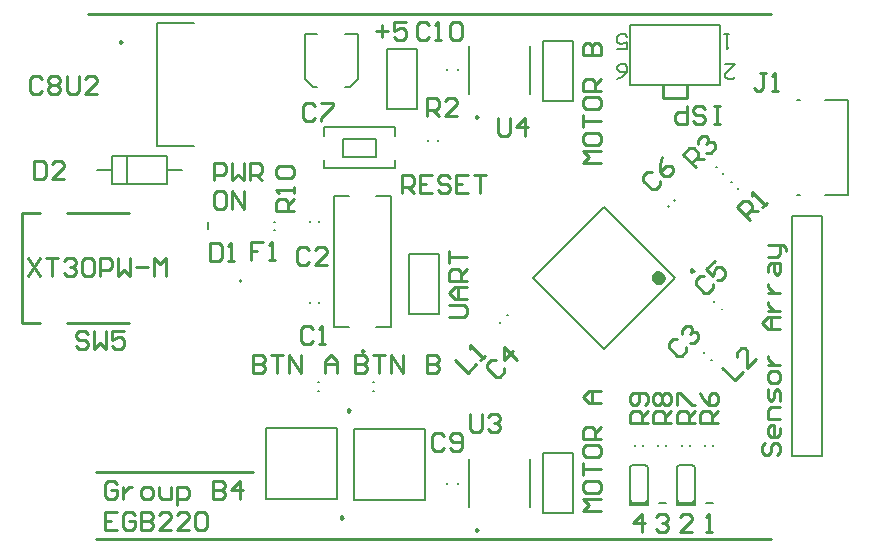
<source format=gto>
G04*
G04 #@! TF.GenerationSoftware,Altium Limited,Altium Designer,19.0.12 (326)*
G04*
G04 Layer_Color=65535*
%FSLAX25Y25*%
%MOIN*%
G70*
G01*
G75*
%ADD10C,0.00394*%
%ADD11C,0.00984*%
%ADD12C,0.00800*%
%ADD13C,0.02362*%
%ADD14C,0.01000*%
%ADD15C,0.00787*%
%ADD16C,0.00500*%
%ADD17R,0.00650X0.02300*%
%ADD18R,0.06700X0.01800*%
%ADD19R,0.00730X0.02560*%
D10*
X249945Y128500D02*
D03*
D11*
X34290Y168732D02*
X33551Y169158D01*
Y168306D01*
X34290Y168732D01*
X153002Y143799D02*
X152264Y144225D01*
Y143373D01*
X153002Y143799D01*
Y6169D02*
X152264Y6595D01*
Y5743D01*
X153002Y6169D01*
X110427Y45952D02*
X109689Y46378D01*
Y45526D01*
X110427Y45952D01*
X108077Y10208D02*
X107339Y10634D01*
Y9782D01*
X108077Y10208D01*
X115002Y65776D02*
X114264Y66202D01*
Y65349D01*
X115002Y65776D01*
X224777Y92507D02*
X224039Y92934D01*
Y92081D01*
X224777Y92507D01*
D12*
X224277Y15182D02*
X225127Y16032D01*
X219227D02*
X220077Y15182D01*
X225127Y26944D02*
X224277Y27794D01*
X220077D02*
X219227Y26944D01*
X208610Y15182D02*
X209460Y16032D01*
X203560D02*
X204410Y15182D01*
X209460Y26944D02*
X208610Y27794D01*
X204410D02*
X203560Y26944D01*
X220077Y15182D02*
X224277D01*
X220077Y27794D02*
X224277D01*
X225127Y16032D02*
Y26944D01*
X219227Y16032D02*
Y26944D01*
X204410Y15182D02*
X208610D01*
X204410Y27794D02*
X208610D01*
X209460Y16032D02*
Y26944D01*
X203560Y16032D02*
Y26944D01*
X199310Y156305D02*
X200976Y157138D01*
X202642Y158804D01*
Y160470D01*
X201809Y161303D01*
X200143D01*
X199310Y160470D01*
Y159637D01*
X200143Y158804D01*
X202642D01*
X199310Y166305D02*
X202642D01*
Y168804D01*
X200976Y167971D01*
X200143D01*
X199310Y168804D01*
Y170470D01*
X200143Y171303D01*
X201809D01*
X202642Y170470D01*
X235310Y161303D02*
X238642D01*
X235310Y157971D01*
Y157138D01*
X236143Y156305D01*
X237809D01*
X238642Y157138D01*
X236642Y171303D02*
X234976D01*
X235809D01*
Y166305D01*
X236642Y167138D01*
D13*
X214191Y90141D02*
X213746Y91065D01*
X212747Y91293D01*
X211946Y90654D01*
Y89629D01*
X212747Y88990D01*
X213746Y89218D01*
X214191Y90141D01*
D14*
X73510Y89000D02*
Y89500D01*
X1010Y75233D02*
X7010D01*
X1010Y111733D02*
X7010D01*
X1010Y75233D02*
Y111733D01*
X16010Y75233D02*
X36510D01*
X16010Y111733D02*
X36510D01*
X214510Y153500D02*
Y154000D01*
X222510Y150000D02*
Y154000D01*
X214510Y150000D02*
X222510D01*
X214510D02*
Y153500D01*
X25510Y25500D02*
X78010D01*
X23010Y178000D02*
X250510Y178000D01*
X25510Y3000D02*
X250510Y3000D01*
X65010Y122598D02*
Y128596D01*
X68009D01*
X69009Y127596D01*
Y125597D01*
X68009Y124597D01*
X65010D01*
X71008Y128596D02*
Y122598D01*
X73007Y124597D01*
X75007Y122598D01*
Y128596D01*
X77006Y122598D02*
Y128596D01*
X80005D01*
X81005Y127596D01*
Y125597D01*
X80005Y124597D01*
X77006D01*
X79005D02*
X81005Y122598D01*
X68009Y118998D02*
X66010D01*
X65010Y117998D01*
Y114000D01*
X66010Y113000D01*
X68009D01*
X69009Y114000D01*
Y117998D01*
X68009Y118998D01*
X71008Y113000D02*
Y118998D01*
X75007Y113000D01*
Y118998D01*
X3010Y96731D02*
X7009Y90733D01*
Y96731D02*
X3010Y90733D01*
X9008Y96731D02*
X13007D01*
X11007D01*
Y90733D01*
X15006Y95731D02*
X16006Y96731D01*
X18005D01*
X19005Y95731D01*
Y94731D01*
X18005Y93732D01*
X17006D01*
X18005D01*
X19005Y92732D01*
Y91732D01*
X18005Y90733D01*
X16006D01*
X15006Y91732D01*
X21004Y95731D02*
X22004Y96731D01*
X24003D01*
X25003Y95731D01*
Y91732D01*
X24003Y90733D01*
X22004D01*
X21004Y91732D01*
Y95731D01*
X27002Y90733D02*
Y96731D01*
X30001D01*
X31001Y95731D01*
Y93732D01*
X30001Y92732D01*
X27002D01*
X33000Y96731D02*
Y90733D01*
X35000Y92732D01*
X36999Y90733D01*
Y96731D01*
X38998Y93732D02*
X42997D01*
X44996Y90733D02*
Y96731D01*
X46996Y94731D01*
X48995Y96731D01*
Y90733D01*
X112010Y64498D02*
Y58500D01*
X115009D01*
X116009Y59500D01*
Y60499D01*
X115009Y61499D01*
X112010D01*
X115009D01*
X116009Y62499D01*
Y63498D01*
X115009Y64498D01*
X112010D01*
X118008D02*
X122007D01*
X120007D01*
Y58500D01*
X124006D02*
Y64498D01*
X128005Y58500D01*
Y64498D01*
X136002D02*
Y58500D01*
X139001D01*
X140001Y59500D01*
Y60499D01*
X139001Y61499D01*
X136002D01*
X139001D01*
X140001Y62499D01*
Y63498D01*
X139001Y64498D01*
X136002D01*
X78010D02*
Y58500D01*
X81009D01*
X82009Y59500D01*
Y60499D01*
X81009Y61499D01*
X78010D01*
X81009D01*
X82009Y62499D01*
Y63498D01*
X81009Y64498D01*
X78010D01*
X84008D02*
X88007D01*
X86007D01*
Y58500D01*
X90006D02*
Y64498D01*
X94005Y58500D01*
Y64498D01*
X102002Y58500D02*
Y62499D01*
X104002Y64498D01*
X106001Y62499D01*
Y58500D01*
Y61499D01*
X102002D01*
X233510Y141502D02*
X231511D01*
X232510D01*
Y147500D01*
X233510D01*
X231511D01*
X224513Y142502D02*
X225513Y141502D01*
X227512D01*
X228512Y142502D01*
Y143501D01*
X227512Y144501D01*
X225513D01*
X224513Y145501D01*
Y146500D01*
X225513Y147500D01*
X227512D01*
X228512Y146500D01*
X222514Y147500D02*
Y141502D01*
X219514D01*
X218515Y142502D01*
Y144501D01*
X219514Y145501D01*
X222514D01*
X229010Y5500D02*
X231010D01*
X230010D01*
Y11498D01*
X229010Y10498D01*
X224176Y5500D02*
X220178D01*
X224176Y9499D01*
Y10498D01*
X223177Y11498D01*
X221177D01*
X220178Y10498D01*
X212344D02*
X213344Y11498D01*
X215343D01*
X216343Y10498D01*
Y9499D01*
X215343Y8499D01*
X214343D01*
X215343D01*
X216343Y7499D01*
Y6500D01*
X215343Y5500D01*
X213344D01*
X212344Y6500D01*
X207510Y5500D02*
Y11498D01*
X204511Y8499D01*
X208509D01*
X194010Y128407D02*
X188012D01*
X190011Y130406D01*
X188012Y132405D01*
X194010D01*
X188012Y137404D02*
Y135404D01*
X189012Y134405D01*
X193010D01*
X194010Y135404D01*
Y137404D01*
X193010Y138403D01*
X189012D01*
X188012Y137404D01*
Y140403D02*
Y144402D01*
Y142402D01*
X194010D01*
X188012Y149400D02*
Y147400D01*
X189012Y146401D01*
X193010D01*
X194010Y147400D01*
Y149400D01*
X193010Y150399D01*
X189012D01*
X188012Y149400D01*
X194010Y152399D02*
X188012D01*
Y155398D01*
X189012Y156398D01*
X191011D01*
X192011Y155398D01*
Y152399D01*
Y154398D02*
X194010Y156398D01*
X188012Y164395D02*
X194010D01*
Y167394D01*
X193010Y168394D01*
X192011D01*
X191011Y167394D01*
Y164395D01*
Y167394D01*
X190011Y168394D01*
X189012D01*
X188012Y167394D01*
Y164395D01*
X194010Y12327D02*
X188012D01*
X190011Y14326D01*
X188012Y16326D01*
X194010D01*
X188012Y21324D02*
Y19324D01*
X189012Y18325D01*
X193010D01*
X194010Y19324D01*
Y21324D01*
X193010Y22324D01*
X189012D01*
X188012Y21324D01*
Y24323D02*
Y28322D01*
Y26322D01*
X194010D01*
X188012Y33320D02*
Y31321D01*
X189012Y30321D01*
X193010D01*
X194010Y31321D01*
Y33320D01*
X193010Y34320D01*
X189012D01*
X188012Y33320D01*
X194010Y36319D02*
X188012D01*
Y39318D01*
X189012Y40318D01*
X191011D01*
X192011Y39318D01*
Y36319D01*
Y38318D02*
X194010Y40318D01*
Y48315D02*
X190011D01*
X188012Y50314D01*
X190011Y52314D01*
X194010D01*
X191011D01*
Y48315D01*
X127510Y118500D02*
Y124498D01*
X130509D01*
X131509Y123498D01*
Y121499D01*
X130509Y120499D01*
X127510D01*
X129509D02*
X131509Y118500D01*
X137507Y124498D02*
X133508D01*
Y118500D01*
X137507D01*
X133508Y121499D02*
X135507D01*
X143505Y123498D02*
X142505Y124498D01*
X140506D01*
X139506Y123498D01*
Y122499D01*
X140506Y121499D01*
X142505D01*
X143505Y120499D01*
Y119500D01*
X142505Y118500D01*
X140506D01*
X139506Y119500D01*
X149503Y124498D02*
X145504D01*
Y118500D01*
X149503D01*
X145504Y121499D02*
X147503D01*
X151502Y124498D02*
X155501D01*
X153502D01*
Y118500D01*
X119038Y172499D02*
X123036D01*
X121037Y174498D02*
Y170500D01*
X129034Y175498D02*
X125036D01*
Y172499D01*
X127035Y173499D01*
X128035D01*
X129034Y172499D01*
Y170500D01*
X128035Y169500D01*
X126035D01*
X125036Y170500D01*
X248512Y35253D02*
X247512Y34254D01*
Y32254D01*
X248512Y31255D01*
X249511D01*
X250511Y32254D01*
Y34254D01*
X251511Y35253D01*
X252510D01*
X253510Y34254D01*
Y32254D01*
X252510Y31255D01*
X253510Y40252D02*
Y38252D01*
X252510Y37253D01*
X250511D01*
X249511Y38252D01*
Y40252D01*
X250511Y41251D01*
X251511D01*
Y37253D01*
X253510Y43251D02*
X249511D01*
Y46250D01*
X250511Y47249D01*
X253510D01*
Y49249D02*
Y52248D01*
X252510Y53248D01*
X251511Y52248D01*
Y50248D01*
X250511Y49249D01*
X249511Y50248D01*
Y53248D01*
X253510Y56247D02*
Y58246D01*
X252510Y59246D01*
X250511D01*
X249511Y58246D01*
Y56247D01*
X250511Y55247D01*
X252510D01*
X253510Y56247D01*
X249511Y61245D02*
X253510D01*
X251511D01*
X250511Y62245D01*
X249511Y63244D01*
Y64244D01*
X253510Y73241D02*
X249511D01*
X247512Y75240D01*
X249511Y77240D01*
X253510D01*
X250511D01*
Y73241D01*
X249511Y79239D02*
X253510D01*
X251511D01*
X250511Y80239D01*
X249511Y81239D01*
Y82238D01*
Y85237D02*
X253510D01*
X251511D01*
X250511Y86237D01*
X249511Y87236D01*
Y88236D01*
Y92235D02*
Y94234D01*
X250511Y95234D01*
X253510D01*
Y92235D01*
X252510Y91235D01*
X251511Y92235D01*
Y95234D01*
X249511Y97233D02*
X252510D01*
X253510Y98233D01*
Y101232D01*
X254510D01*
X255509Y100232D01*
Y99233D01*
X253510Y101232D02*
X249511D01*
X143259Y76945D02*
X148258D01*
X149257Y77944D01*
Y79944D01*
X148258Y80943D01*
X143259D01*
X149257Y82943D02*
X145258D01*
X143259Y84942D01*
X145258Y86941D01*
X149257D01*
X146258D01*
Y82943D01*
X149257Y88941D02*
X143259D01*
Y91940D01*
X144259Y92939D01*
X146258D01*
X147258Y91940D01*
Y88941D01*
Y90940D02*
X149257Y92939D01*
X143259Y94939D02*
Y98937D01*
Y96938D01*
X149257D01*
X32509Y21498D02*
X31509Y22498D01*
X29510D01*
X28510Y21498D01*
Y17500D01*
X29510Y16500D01*
X31509D01*
X32509Y17500D01*
Y19499D01*
X30509D01*
X34508Y20499D02*
Y16500D01*
Y18499D01*
X35508Y19499D01*
X36507Y20499D01*
X37507D01*
X41506Y16500D02*
X43505D01*
X44505Y17500D01*
Y19499D01*
X43505Y20499D01*
X41506D01*
X40506Y19499D01*
Y17500D01*
X41506Y16500D01*
X46504Y20499D02*
Y17500D01*
X47504Y16500D01*
X50503D01*
Y20499D01*
X52502Y14501D02*
Y20499D01*
X55501D01*
X56501Y19499D01*
Y17500D01*
X55501Y16500D01*
X52502D01*
X64498Y22498D02*
Y16500D01*
X67497D01*
X68497Y17500D01*
Y18499D01*
X67497Y19499D01*
X64498D01*
X67497D01*
X68497Y20499D01*
Y21498D01*
X67497Y22498D01*
X64498D01*
X73495Y16500D02*
Y22498D01*
X70496Y19499D01*
X74495D01*
X32509Y11998D02*
X28510D01*
Y6000D01*
X32509D01*
X28510Y8999D02*
X30509D01*
X38507Y10998D02*
X37507Y11998D01*
X35508D01*
X34508Y10998D01*
Y7000D01*
X35508Y6000D01*
X37507D01*
X38507Y7000D01*
Y8999D01*
X36507D01*
X40506Y11998D02*
Y6000D01*
X43505D01*
X44505Y7000D01*
Y7999D01*
X43505Y8999D01*
X40506D01*
X43505D01*
X44505Y9999D01*
Y10998D01*
X43505Y11998D01*
X40506D01*
X50503Y6000D02*
X46504D01*
X50503Y9999D01*
Y10998D01*
X49503Y11998D01*
X47504D01*
X46504Y10998D01*
X56501Y6000D02*
X52502D01*
X56501Y9999D01*
Y10998D01*
X55501Y11998D01*
X53502D01*
X52502Y10998D01*
X58500D02*
X59500Y11998D01*
X61499D01*
X62499Y10998D01*
Y7000D01*
X61499Y6000D01*
X59500D01*
X58500Y7000D01*
Y10998D01*
X243510Y109500D02*
X239269Y113741D01*
X241389Y115862D01*
X242803D01*
X244217Y114448D01*
Y113034D01*
X242096Y110914D01*
X243510Y112328D02*
X246338D01*
X247751Y113741D02*
X249165Y115155D01*
X248458Y114448D01*
X244217Y118689D01*
Y117276D01*
X159510Y143498D02*
Y138500D01*
X160510Y137500D01*
X162509D01*
X163509Y138500D01*
Y143498D01*
X168507Y137500D02*
Y143498D01*
X165508Y140499D01*
X169507D01*
X150310Y44598D02*
Y39600D01*
X151310Y38600D01*
X153309D01*
X154309Y39600D01*
Y44598D01*
X156308Y43598D02*
X157308Y44598D01*
X159307D01*
X160307Y43598D01*
Y42599D01*
X159307Y41599D01*
X158307D01*
X159307D01*
X160307Y40599D01*
Y39600D01*
X159307Y38600D01*
X157308D01*
X156308Y39600D01*
X16010Y157498D02*
Y152500D01*
X17010Y151500D01*
X19009D01*
X20009Y152500D01*
Y157498D01*
X26007Y151500D02*
X22008D01*
X26007Y155499D01*
Y156498D01*
X25007Y157498D01*
X23008D01*
X22008Y156498D01*
X23009Y71498D02*
X22009Y72498D01*
X20010D01*
X19010Y71498D01*
Y70499D01*
X20010Y69499D01*
X22009D01*
X23009Y68499D01*
Y67500D01*
X22009Y66500D01*
X20010D01*
X19010Y67500D01*
X25008Y72498D02*
Y66500D01*
X27007Y68499D01*
X29007Y66500D01*
Y72498D01*
X35005D02*
X31006D01*
Y69499D01*
X33005Y70499D01*
X34005D01*
X35005Y69499D01*
Y67500D01*
X34005Y66500D01*
X32006D01*
X31006Y67500D01*
X91510Y112500D02*
X85512D01*
Y115499D01*
X86512Y116499D01*
X88511D01*
X89511Y115499D01*
Y112500D01*
Y114499D02*
X91510Y116499D01*
Y118498D02*
Y120497D01*
Y119498D01*
X85512D01*
X86512Y118498D01*
Y123496D02*
X85512Y124496D01*
Y126496D01*
X86512Y127495D01*
X90510D01*
X91510Y126496D01*
Y124496D01*
X90510Y123496D01*
X86512D01*
X209510Y41900D02*
X203512D01*
Y44899D01*
X204512Y45899D01*
X206511D01*
X207511Y44899D01*
Y41900D01*
Y43899D02*
X209510Y45899D01*
X208510Y47898D02*
X209510Y48898D01*
Y50897D01*
X208510Y51897D01*
X204512D01*
X203512Y50897D01*
Y48898D01*
X204512Y47898D01*
X205511D01*
X206511Y48898D01*
Y51897D01*
X217310Y41900D02*
X211312D01*
Y44899D01*
X212312Y45899D01*
X214311D01*
X215311Y44899D01*
Y41900D01*
Y43899D02*
X217310Y45899D01*
X212312Y47898D02*
X211312Y48898D01*
Y50897D01*
X212312Y51897D01*
X213311D01*
X214311Y50897D01*
X215311Y51897D01*
X216310D01*
X217310Y50897D01*
Y48898D01*
X216310Y47898D01*
X215311D01*
X214311Y48898D01*
X213311Y47898D01*
X212312D01*
X214311Y48898D02*
Y50897D01*
X225210Y41900D02*
X219212D01*
Y44899D01*
X220212Y45899D01*
X222211D01*
X223211Y44899D01*
Y41900D01*
Y43899D02*
X225210Y45899D01*
X219212Y47898D02*
Y51897D01*
X220212D01*
X224210Y47898D01*
X225210D01*
X233010Y41900D02*
X227012D01*
Y44899D01*
X228012Y45899D01*
X230011D01*
X231011Y44899D01*
Y41900D01*
Y43899D02*
X233010Y45899D01*
X227012Y51897D02*
X228012Y49897D01*
X230011Y47898D01*
X232010D01*
X233010Y48898D01*
Y50897D01*
X232010Y51897D01*
X231011D01*
X230011Y50897D01*
Y47898D01*
X225510Y126974D02*
X221269Y131216D01*
X223389Y133336D01*
X224803D01*
X226217Y131922D01*
Y130509D01*
X224096Y128388D01*
X225510Y129802D02*
X228338D01*
X226217Y134750D02*
Y136164D01*
X227631Y137577D01*
X229044D01*
X229751Y136871D01*
Y135457D01*
X229044Y134750D01*
X229751Y135457D01*
X231165D01*
X231872Y134750D01*
Y133336D01*
X230458Y131922D01*
X229044D01*
X136010Y144000D02*
Y149998D01*
X139009D01*
X140009Y148998D01*
Y146999D01*
X139009Y145999D01*
X136010D01*
X138009D02*
X140009Y144000D01*
X146007D02*
X142008D01*
X146007Y147999D01*
Y148998D01*
X145007Y149998D01*
X143008D01*
X142008Y148998D01*
X234269Y60241D02*
X238510Y56000D01*
X241337Y58828D01*
X245579Y63069D02*
X242751Y60241D01*
Y65896D01*
X242044Y66603D01*
X240631D01*
X239217Y65189D01*
Y63776D01*
X145269Y62741D02*
X149510Y58500D01*
X152338Y61327D01*
X153751Y62741D02*
X155165Y64155D01*
X154458Y63448D01*
X150217Y67689D01*
Y66276D01*
X249009Y158498D02*
X247009D01*
X248009D01*
Y153500D01*
X247009Y152500D01*
X246010D01*
X245010Y153500D01*
X251008Y152500D02*
X253007D01*
X252008D01*
Y158498D01*
X251008Y157498D01*
X81309Y102098D02*
X77310D01*
Y99099D01*
X79309D01*
X77310D01*
Y96100D01*
X83308D02*
X85307D01*
X84308D01*
Y102098D01*
X83308Y101098D01*
X4810Y128998D02*
Y123000D01*
X7809D01*
X8809Y124000D01*
Y127998D01*
X7809Y128998D01*
X4810D01*
X14807Y123000D02*
X10808D01*
X14807Y126999D01*
Y127998D01*
X13807Y128998D01*
X11808D01*
X10808Y127998D01*
X63610Y101798D02*
Y95800D01*
X66609D01*
X67609Y96800D01*
Y100798D01*
X66609Y101798D01*
X63610D01*
X69608Y95800D02*
X71607D01*
X70608D01*
Y101798D01*
X69608Y100798D01*
X136509Y174498D02*
X135509Y175498D01*
X133510D01*
X132510Y174498D01*
Y170500D01*
X133510Y169500D01*
X135509D01*
X136509Y170500D01*
X138508Y169500D02*
X140507D01*
X139508D01*
Y175498D01*
X138508Y174498D01*
X143506D02*
X144506Y175498D01*
X146505D01*
X147505Y174498D01*
Y170500D01*
X146505Y169500D01*
X144506D01*
X143506Y170500D01*
Y174498D01*
X141509Y37498D02*
X140509Y38498D01*
X138510D01*
X137510Y37498D01*
Y33500D01*
X138510Y32500D01*
X140509D01*
X141509Y33500D01*
X143508D02*
X144508Y32500D01*
X146507D01*
X147507Y33500D01*
Y37498D01*
X146507Y38498D01*
X144508D01*
X143508Y37498D01*
Y36499D01*
X144508Y35499D01*
X147507D01*
X7509Y156498D02*
X6509Y157498D01*
X4510D01*
X3510Y156498D01*
Y152500D01*
X4510Y151500D01*
X6509D01*
X7509Y152500D01*
X9508Y156498D02*
X10508Y157498D01*
X12507D01*
X13507Y156498D01*
Y155499D01*
X12507Y154499D01*
X13507Y153499D01*
Y152500D01*
X12507Y151500D01*
X10508D01*
X9508Y152500D01*
Y153499D01*
X10508Y154499D01*
X9508Y155499D01*
Y156498D01*
X10508Y154499D02*
X12507D01*
X98509Y147498D02*
X97509Y148498D01*
X95510D01*
X94510Y147498D01*
Y143500D01*
X95510Y142500D01*
X97509D01*
X98509Y143500D01*
X100508Y148498D02*
X104507D01*
Y147498D01*
X100508Y143500D01*
Y142500D01*
X210803Y125362D02*
X209389D01*
X207976Y123948D01*
Y122534D01*
X210803Y119707D01*
X212217D01*
X213631Y121121D01*
Y122534D01*
X214337Y130310D02*
X213631Y128189D01*
Y125362D01*
X215044Y123948D01*
X216458D01*
X217872Y125362D01*
Y126776D01*
X217165Y127482D01*
X215751D01*
X213631Y125362D01*
X228303Y90862D02*
X226889D01*
X225476Y89448D01*
Y88034D01*
X228303Y85207D01*
X229717D01*
X231131Y86621D01*
Y88034D01*
X231838Y95810D02*
X229010Y92983D01*
X231131Y90862D01*
X231838Y92983D01*
X232544Y93689D01*
X233958D01*
X235372Y92276D01*
Y90862D01*
X233958Y89448D01*
X232544D01*
X158803Y62862D02*
X157389D01*
X155976Y61448D01*
Y60034D01*
X158803Y57207D01*
X160217D01*
X161631Y58621D01*
Y60034D01*
X165872Y62862D02*
X161631Y67103D01*
Y62862D01*
X164458Y65689D01*
X219370Y69862D02*
X217956D01*
X216542Y68448D01*
Y67034D01*
X219370Y64207D01*
X220783D01*
X222197Y65621D01*
Y67034D01*
X220783Y71276D02*
Y72689D01*
X222197Y74103D01*
X223611D01*
X224318Y73396D01*
Y71983D01*
X223611Y71276D01*
X224318Y71983D01*
X225732D01*
X226438Y71276D01*
Y69862D01*
X225025Y68448D01*
X223611D01*
X96509Y99498D02*
X95509Y100498D01*
X93510D01*
X92510Y99498D01*
Y95500D01*
X93510Y94500D01*
X95509D01*
X96509Y95500D01*
X102507Y94500D02*
X98508D01*
X102507Y98499D01*
Y99498D01*
X101507Y100498D01*
X99508D01*
X98508Y99498D01*
X98009Y72998D02*
X97009Y73998D01*
X95010D01*
X94010Y72998D01*
Y69000D01*
X95010Y68000D01*
X97009D01*
X98009Y69000D01*
X100008Y68000D02*
X102007D01*
X101008D01*
Y73998D01*
X100008Y72998D01*
D15*
X259195Y149366D02*
X260376D01*
X276124Y117870D02*
Y149366D01*
X268644D02*
X276124D01*
X268644Y117870D02*
X276124D01*
X259195D02*
X260376D01*
X46002Y134028D02*
X58404D01*
X46002D02*
Y174972D01*
X58404D01*
X95152Y171358D02*
X99286D01*
X108734D02*
X112868D01*
X95152Y156398D02*
Y171358D01*
Y156398D02*
X97908Y153642D01*
X99286D01*
X112868Y156398D02*
Y171358D01*
X110112Y153642D02*
X112868Y156398D01*
X108734Y153642D02*
X110112D01*
X149774Y151268D02*
Y167433D01*
X170246Y151268D02*
Y167433D01*
X146282Y159303D02*
Y159697D01*
X142738Y159303D02*
Y159697D01*
X136435Y135803D02*
Y136197D01*
X139585Y135803D02*
Y136197D01*
X216396Y114165D02*
X216675Y113886D01*
X218345Y116114D02*
X218623Y115835D01*
X232257Y126974D02*
X232536Y127253D01*
X234484Y124747D02*
X234763Y125026D01*
X237257Y121974D02*
X237536Y122253D01*
X239484Y119747D02*
X239763Y120026D01*
X231618Y82114D02*
X231896Y82392D01*
X234123Y79608D02*
X234402Y79887D01*
X230624Y62608D02*
X230902Y62886D01*
X228118Y65114D02*
X228396Y65392D01*
X146282Y21524D02*
Y21917D01*
X142738Y21524D02*
Y21917D01*
X162624Y77892D02*
X162902Y77614D01*
X160118Y75387D02*
X160396Y75108D01*
X117813Y55575D02*
X118207D01*
X117813Y52425D02*
X118207D01*
X99514D02*
X99907D01*
X99514Y55575D02*
X99907D01*
X100085Y81803D02*
Y82197D01*
X96935Y81803D02*
Y82197D01*
X100085Y108785D02*
Y109178D01*
X96935Y108785D02*
Y109178D01*
X84886Y106122D02*
X85280D01*
X84886Y108878D02*
X85280D01*
X122510Y166500D02*
X132510D01*
Y146500D02*
Y166500D01*
X122510Y146500D02*
X132510D01*
X122510D02*
Y166500D01*
X228829Y15102D02*
X231191D01*
X213162D02*
X215524D01*
X174510Y31721D02*
X184510D01*
Y11721D02*
Y31721D01*
X174510Y11721D02*
X184510D01*
X174510D02*
Y31721D01*
X149774Y13638D02*
Y29803D01*
X170246Y13638D02*
Y29803D01*
X174510Y169000D02*
X184510D01*
Y149000D02*
Y169000D01*
X174510Y149000D02*
X184510D01*
X174510D02*
Y169000D01*
X30856Y130626D02*
X49163D01*
X30856Y121374D02*
Y130626D01*
Y121374D02*
X49163D01*
Y130626D01*
Y126000D02*
X54163D01*
X25857D02*
X30856D01*
X35857Y121374D02*
Y130626D01*
X62982Y106319D02*
Y108681D01*
X111699Y39814D02*
X135321D01*
X111699Y16192D02*
Y39814D01*
Y16192D02*
X135321D01*
Y39814D01*
X82199Y16346D02*
X105821D01*
Y39968D01*
X82199D02*
X105821D01*
X82199Y16346D02*
Y39968D01*
X228632Y34047D02*
Y34441D01*
X231388Y34047D02*
Y34441D01*
X223555Y34047D02*
Y34441D01*
X220799Y34047D02*
Y34441D01*
X212965Y34047D02*
Y34441D01*
X215721Y34047D02*
Y34441D01*
X207888Y34047D02*
Y34441D01*
X205132Y34047D02*
Y34441D01*
X105002Y73650D02*
Y117350D01*
X124018Y73650D02*
Y117350D01*
X119038Y73650D02*
X124018D01*
X105002D02*
X109982D01*
X119038Y117350D02*
X124018D01*
X105002D02*
X109982D01*
X203642Y154303D02*
Y174303D01*
X233642Y154303D02*
Y174303D01*
X203642Y154303D02*
X233642D01*
X203642Y174303D02*
X233642D01*
X203642D02*
X222809D01*
X171252Y90141D02*
X194915Y113804D01*
Y66478D02*
X218578Y90141D01*
X171252D02*
X194915Y66478D01*
Y113804D02*
X218578Y90141D01*
X130010Y97941D02*
X140010D01*
Y77941D02*
Y97941D01*
X130010Y77941D02*
X140010D01*
X130010D02*
Y97941D01*
X257510Y30648D02*
X267510D01*
X257510D02*
Y110648D01*
X267510D01*
Y30648D02*
Y110648D01*
D16*
X101699Y126610D02*
X101699Y126610D01*
X101699Y126610D02*
X101699Y129563D01*
X101699Y137437D02*
X101699Y137437D01*
Y140390D01*
X125321D02*
X125321Y140390D01*
X125321Y137437D02*
X125321Y140390D01*
X125321Y129563D02*
X125321Y129563D01*
X125321Y126610D02*
Y129563D01*
X107998Y130547D02*
X119022D01*
X107998D02*
Y136453D01*
X119022D01*
Y130547D02*
Y136453D01*
X101699Y126610D02*
X125321D01*
X101699Y140390D02*
X125321D01*
D17*
X225202Y15622D02*
D03*
X209535Y15622D02*
D03*
D18*
X222177Y14622D02*
D03*
X206510Y14622D02*
D03*
D19*
X219192Y15752D02*
D03*
X203525Y15752D02*
D03*
M02*

</source>
